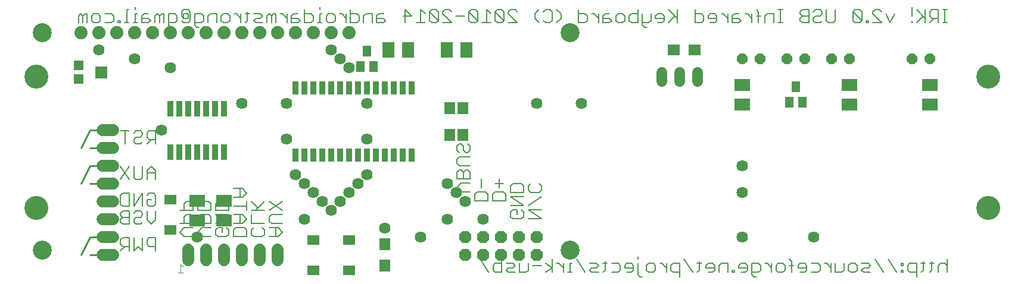
<source format=gbs>
G75*
%MOIN*%
%OFA0B0*%
%FSLAX24Y24*%
%IPPOS*%
%LPD*%
%AMOC8*
5,1,8,0,0,1.08239X$1,22.5*
%
%ADD10C,0.1340*%
%ADD11C,0.0060*%
%ADD12C,0.0040*%
%ADD13C,0.0100*%
%ADD14R,0.0867X0.0710*%
%ADD15OC8,0.0600*%
%ADD16R,0.0474X0.0631*%
%ADD17R,0.0710X0.0867*%
%ADD18R,0.0710X0.0631*%
%ADD19R,0.0631X0.0710*%
%ADD20C,0.0680*%
%ADD21OC8,0.0680*%
%ADD22R,0.0592X0.0671*%
%ADD23R,0.0659X0.0580*%
%ADD24C,0.0740*%
%ADD25C,0.1064*%
%ADD26R,0.0340X0.0880*%
%ADD27R,0.0560X0.0560*%
%ADD28R,0.0670X0.0710*%
%ADD29C,0.0600*%
%ADD30R,0.0336X0.0749*%
%ADD31C,0.0640*%
D10*
X001680Y004305D03*
X001680Y011680D03*
X054930Y011680D03*
X054930Y004305D03*
D11*
X052650Y001451D02*
X052650Y000710D01*
X052156Y000710D02*
X052156Y001080D01*
X052280Y001204D01*
X052527Y001204D01*
X052650Y001080D01*
X051913Y001204D02*
X051666Y001204D01*
X051790Y001327D02*
X051790Y000833D01*
X051666Y000710D01*
X051299Y000833D02*
X051175Y000710D01*
X051299Y000833D02*
X051299Y001327D01*
X051422Y001204D02*
X051175Y001204D01*
X050931Y001204D02*
X050561Y001204D01*
X050437Y001080D01*
X050437Y000833D01*
X050561Y000710D01*
X050931Y000710D01*
X050195Y000710D02*
X050195Y000833D01*
X050071Y000833D01*
X050071Y000710D01*
X050195Y000710D01*
X049826Y000710D02*
X049333Y001451D01*
X048596Y001451D02*
X049090Y000710D01*
X048353Y000710D02*
X047983Y000710D01*
X047859Y000833D01*
X047983Y000957D01*
X048230Y000957D01*
X048353Y001080D01*
X048230Y001204D01*
X047859Y001204D01*
X047616Y001080D02*
X047616Y000833D01*
X047493Y000710D01*
X047246Y000710D01*
X047123Y000833D01*
X047123Y001080D01*
X047246Y001204D01*
X047493Y001204D01*
X047616Y001080D01*
X046880Y001204D02*
X046880Y000833D01*
X046756Y000710D01*
X046386Y000710D01*
X046386Y001204D01*
X046143Y001204D02*
X046143Y000710D01*
X046143Y000957D02*
X045896Y001204D01*
X045773Y001204D01*
X045529Y001080D02*
X045406Y001204D01*
X045035Y001204D01*
X044793Y001080D02*
X044669Y001204D01*
X044422Y001204D01*
X044299Y001080D01*
X044299Y000957D01*
X044793Y000957D01*
X044793Y001080D02*
X044793Y000833D01*
X044669Y000710D01*
X044422Y000710D01*
X043933Y000710D02*
X043933Y001327D01*
X043809Y001451D01*
X043441Y001204D02*
X043565Y001080D01*
X043565Y000833D01*
X043441Y000710D01*
X043195Y000710D01*
X043071Y000833D01*
X043071Y001080D01*
X043195Y001204D01*
X043441Y001204D01*
X043809Y001080D02*
X044056Y001080D01*
X045035Y000710D02*
X045406Y000710D01*
X045529Y000833D01*
X045529Y001080D01*
X042828Y000957D02*
X042581Y001204D01*
X042458Y001204D01*
X042214Y001080D02*
X042214Y000833D01*
X042091Y000710D01*
X041721Y000710D01*
X041721Y000587D02*
X041721Y001204D01*
X042091Y001204D01*
X042214Y001080D01*
X042828Y001204D02*
X042828Y000710D01*
X041968Y000463D02*
X041844Y000463D01*
X041721Y000587D01*
X041478Y000833D02*
X041354Y000710D01*
X041107Y000710D01*
X040984Y000957D02*
X041478Y000957D01*
X041478Y001080D02*
X041478Y000833D01*
X041478Y001080D02*
X041354Y001204D01*
X041107Y001204D01*
X040984Y001080D01*
X040984Y000957D01*
X040741Y000833D02*
X040741Y000710D01*
X040618Y000710D01*
X040618Y000833D01*
X040741Y000833D01*
X040373Y000710D02*
X040373Y001204D01*
X040003Y001204D01*
X039879Y001080D01*
X039879Y000710D01*
X039636Y000833D02*
X039636Y001080D01*
X039513Y001204D01*
X039266Y001204D01*
X039142Y001080D01*
X039142Y000957D01*
X039636Y000957D01*
X039636Y000833D02*
X039513Y000710D01*
X039266Y000710D01*
X038776Y000833D02*
X038653Y000710D01*
X038776Y000833D02*
X038776Y001327D01*
X038653Y001204D02*
X038900Y001204D01*
X038409Y000710D02*
X037915Y001451D01*
X037672Y001204D02*
X037302Y001204D01*
X037178Y001080D01*
X037178Y000833D01*
X037302Y000710D01*
X037672Y000710D01*
X036935Y000710D02*
X036935Y001204D01*
X036688Y001204D02*
X036565Y001204D01*
X036688Y001204D02*
X036935Y000957D01*
X036321Y001080D02*
X036321Y000833D01*
X036198Y000710D01*
X035951Y000710D01*
X035828Y000833D01*
X035828Y001080D01*
X035951Y001204D01*
X036198Y001204D01*
X036321Y001080D01*
X035338Y001204D02*
X035338Y000587D01*
X035461Y000463D01*
X035585Y000463D01*
X035094Y000833D02*
X034970Y000710D01*
X034723Y000710D01*
X034600Y000957D02*
X035094Y000957D01*
X035094Y001080D02*
X035094Y000833D01*
X035094Y001080D02*
X034970Y001204D01*
X034723Y001204D01*
X034600Y001080D01*
X034600Y000957D01*
X034357Y001080D02*
X034357Y000833D01*
X034234Y000710D01*
X033863Y000710D01*
X033497Y000833D02*
X033374Y000710D01*
X033497Y000833D02*
X033497Y001327D01*
X033620Y001204D02*
X033374Y001204D01*
X033129Y001080D02*
X033006Y001204D01*
X032636Y001204D01*
X033006Y000957D02*
X033129Y001080D01*
X033006Y000957D02*
X032759Y000957D01*
X032636Y000833D01*
X032759Y000710D01*
X033129Y000710D01*
X032393Y000710D02*
X031899Y001451D01*
X031533Y001451D02*
X031533Y001574D01*
X031533Y001204D02*
X031533Y000710D01*
X031656Y000710D02*
X031409Y000710D01*
X031165Y000710D02*
X031165Y001204D01*
X030918Y001204D02*
X030795Y001204D01*
X030918Y001204D02*
X031165Y000957D01*
X031533Y001204D02*
X031656Y001204D01*
X030551Y001451D02*
X030551Y000710D01*
X030551Y000957D02*
X030181Y000710D01*
X030551Y000957D02*
X030181Y001204D01*
X029937Y001080D02*
X029444Y001080D01*
X029201Y001204D02*
X029201Y000833D01*
X029077Y000710D01*
X028707Y000710D01*
X028707Y001204D01*
X028464Y001080D02*
X028341Y001204D01*
X027970Y001204D01*
X027727Y001204D02*
X027357Y001204D01*
X027234Y001080D01*
X027234Y000833D01*
X027357Y000710D01*
X027727Y000710D01*
X027727Y001451D01*
X026991Y000710D02*
X026497Y001451D01*
X027970Y000833D02*
X028094Y000957D01*
X028341Y000957D01*
X028464Y001080D01*
X028094Y000710D02*
X027970Y000833D01*
X028094Y000710D02*
X028464Y000710D01*
X033863Y001204D02*
X034234Y001204D01*
X034357Y001080D01*
X035338Y001451D02*
X035338Y001574D01*
X037672Y001204D02*
X037672Y000463D01*
X029951Y003710D02*
X029210Y003710D01*
X028951Y003833D02*
X028827Y003710D01*
X028333Y003710D01*
X028210Y003833D01*
X028210Y004080D01*
X028333Y004204D01*
X028580Y004204D01*
X028580Y003957D01*
X028827Y004204D02*
X028951Y004080D01*
X028951Y003833D01*
X029210Y004204D02*
X029951Y003710D01*
X029951Y004204D02*
X029210Y004204D01*
X029210Y004447D02*
X029951Y004940D01*
X028951Y004940D02*
X028210Y004940D01*
X028951Y004447D01*
X028210Y004447D01*
X027951Y004710D02*
X027210Y004710D01*
X027210Y005080D01*
X027333Y005204D01*
X027827Y005204D01*
X027951Y005080D01*
X027951Y004710D01*
X026951Y004710D02*
X026951Y005080D01*
X026827Y005204D01*
X026333Y005204D01*
X026210Y005080D01*
X026210Y004710D01*
X026951Y004710D01*
X025951Y005210D02*
X025457Y005210D01*
X025210Y005457D01*
X025457Y005704D01*
X025951Y005704D01*
X026580Y005940D02*
X026580Y005447D01*
X027333Y005694D02*
X027827Y005694D01*
X027580Y005940D02*
X027580Y005447D01*
X028210Y005554D02*
X028210Y005183D01*
X028951Y005183D01*
X028951Y005554D01*
X028827Y005677D01*
X028333Y005677D01*
X028210Y005554D01*
X029210Y005554D02*
X029210Y005307D01*
X029333Y005183D01*
X029827Y005183D01*
X029951Y005307D01*
X029951Y005554D01*
X029827Y005677D01*
X029333Y005677D02*
X029210Y005554D01*
X025951Y005947D02*
X025951Y006317D01*
X025827Y006440D01*
X025704Y006440D01*
X025580Y006317D01*
X025580Y005947D01*
X025210Y005947D02*
X025951Y005947D01*
X025210Y005947D02*
X025210Y006317D01*
X025333Y006440D01*
X025457Y006440D01*
X025580Y006317D01*
X025333Y006683D02*
X025210Y006807D01*
X025210Y007054D01*
X025333Y007177D01*
X025951Y007177D01*
X025827Y007420D02*
X025704Y007420D01*
X025580Y007543D01*
X025580Y007790D01*
X025457Y007914D01*
X025333Y007914D01*
X025210Y007790D01*
X025210Y007543D01*
X025333Y007420D01*
X025827Y007420D02*
X025951Y007543D01*
X025951Y007790D01*
X025827Y007914D01*
X025951Y006683D02*
X025333Y006683D01*
X015451Y004677D02*
X014710Y004183D01*
X014451Y004183D02*
X013710Y004183D01*
X013957Y004183D02*
X014451Y004677D01*
X014710Y004677D02*
X015451Y004183D01*
X015451Y003940D02*
X014833Y003940D01*
X014710Y003817D01*
X014710Y003570D01*
X014833Y003447D01*
X015451Y003447D01*
X015204Y003204D02*
X014710Y003204D01*
X014451Y003080D02*
X014451Y002833D01*
X014327Y002710D01*
X013833Y002710D01*
X013710Y002833D01*
X013710Y003080D01*
X013833Y003204D01*
X013451Y003080D02*
X013451Y002710D01*
X012710Y002710D01*
X012710Y003080D01*
X012833Y003204D01*
X013327Y003204D01*
X013451Y003080D01*
X013204Y003447D02*
X012710Y003447D01*
X012451Y003447D02*
X011710Y003940D01*
X012451Y003940D01*
X012710Y003940D02*
X013204Y003940D01*
X013451Y003694D01*
X013204Y003447D01*
X013080Y003447D02*
X013080Y003940D01*
X013710Y003940D02*
X013710Y003447D01*
X014451Y003447D01*
X014327Y003204D02*
X014451Y003080D01*
X015080Y003204D02*
X015080Y002710D01*
X015204Y002710D02*
X015451Y002957D01*
X015204Y003204D01*
X015204Y002710D02*
X014710Y002710D01*
X012451Y002833D02*
X012327Y002710D01*
X011833Y002710D01*
X011710Y002833D01*
X011710Y003080D01*
X011833Y003204D01*
X012080Y003204D01*
X012080Y002957D01*
X012327Y003204D02*
X012451Y003080D01*
X012451Y002833D01*
X011451Y002710D02*
X010957Y002710D01*
X010710Y002957D01*
X010957Y003204D01*
X011451Y003204D01*
X011451Y003447D02*
X010710Y003447D01*
X010710Y003817D01*
X010833Y003940D01*
X011327Y003940D01*
X011451Y003817D01*
X011451Y003447D01*
X011710Y003447D02*
X012451Y003447D01*
X010451Y003447D02*
X010451Y003817D01*
X010327Y003940D01*
X010080Y003940D01*
X009957Y003817D01*
X009957Y003447D01*
X009710Y003447D02*
X010451Y003447D01*
X010451Y003204D02*
X009957Y003204D01*
X009710Y002957D01*
X009957Y002710D01*
X010451Y002710D01*
X008360Y002651D02*
X007990Y002651D01*
X007866Y002527D01*
X007866Y002280D01*
X007990Y002157D01*
X008360Y002157D01*
X007623Y001910D02*
X007376Y002157D01*
X007130Y001910D01*
X007130Y002651D01*
X006887Y002651D02*
X006516Y002651D01*
X006393Y002527D01*
X006393Y002280D01*
X006516Y002157D01*
X006887Y002157D01*
X006640Y002157D02*
X006393Y001910D01*
X006887Y001910D02*
X006887Y002651D01*
X007623Y002651D02*
X007623Y001910D01*
X008360Y001910D02*
X008360Y002651D01*
X008113Y003410D02*
X007866Y003657D01*
X007866Y004151D01*
X007623Y004027D02*
X007623Y003904D01*
X007500Y003780D01*
X007253Y003780D01*
X007130Y003657D01*
X007130Y003533D01*
X007253Y003410D01*
X007500Y003410D01*
X007623Y003533D01*
X008113Y003410D02*
X008360Y003657D01*
X008360Y004151D01*
X007623Y004027D02*
X007500Y004151D01*
X007253Y004151D01*
X007130Y004027D01*
X006887Y004151D02*
X006516Y004151D01*
X006393Y004027D01*
X006393Y003904D01*
X006516Y003780D01*
X006887Y003780D01*
X006516Y003780D02*
X006393Y003657D01*
X006393Y003533D01*
X006516Y003410D01*
X006887Y003410D01*
X006887Y004151D01*
X006887Y004410D02*
X006516Y004410D01*
X006393Y004533D01*
X006393Y005027D01*
X006516Y005151D01*
X006887Y005151D01*
X006887Y004410D01*
X007130Y004410D02*
X007130Y005151D01*
X007623Y005151D02*
X007130Y004410D01*
X007623Y004410D02*
X007623Y005151D01*
X007866Y005027D02*
X007990Y005151D01*
X008236Y005151D01*
X008360Y005027D01*
X008360Y004533D01*
X008236Y004410D01*
X007990Y004410D01*
X007866Y004533D01*
X007866Y004780D01*
X008113Y004780D01*
X009710Y004183D02*
X010451Y004183D01*
X010451Y004554D01*
X010327Y004677D01*
X010080Y004677D01*
X009957Y004554D01*
X009957Y004183D01*
X010710Y004183D02*
X010710Y004554D01*
X010833Y004677D01*
X011327Y004677D01*
X011451Y004554D01*
X011451Y004183D01*
X010710Y004183D01*
X011710Y004183D02*
X011710Y004554D01*
X011833Y004677D01*
X012327Y004677D01*
X012451Y004554D01*
X012451Y004183D01*
X011710Y004183D01*
X012710Y004430D02*
X013451Y004430D01*
X013451Y004183D02*
X013451Y004677D01*
X013710Y004677D02*
X014080Y004307D01*
X013451Y005167D02*
X013204Y004920D01*
X012710Y004920D01*
X013080Y004920D02*
X013080Y005414D01*
X013204Y005414D02*
X012710Y005414D01*
X013204Y005414D02*
X013451Y005167D01*
X008360Y005910D02*
X008360Y006404D01*
X008113Y006651D01*
X007866Y006404D01*
X007866Y005910D01*
X007866Y006404D01*
X008113Y006651D01*
X008360Y006404D01*
X008360Y005910D01*
X007623Y006033D02*
X007500Y005910D01*
X007253Y005910D01*
X007130Y006033D01*
X007130Y006651D01*
X007130Y006033D01*
X007253Y005910D01*
X007500Y005910D01*
X007623Y006033D01*
X007623Y006651D01*
X007623Y006033D01*
X006887Y005910D02*
X006393Y006651D01*
X006887Y005910D01*
X006393Y005910D02*
X006887Y006651D01*
X006393Y005910D01*
X007866Y006280D02*
X008360Y006280D01*
X007866Y006280D01*
X007866Y007910D02*
X008113Y008157D01*
X007990Y008157D02*
X008360Y008157D01*
X008360Y007910D02*
X008360Y008651D01*
X007990Y008651D01*
X007866Y008527D01*
X007866Y008280D01*
X007990Y008157D01*
X007623Y008033D02*
X007500Y007910D01*
X007253Y007910D01*
X007130Y008033D01*
X007130Y008157D01*
X007253Y008280D01*
X007500Y008280D01*
X007623Y008404D01*
X007623Y008527D01*
X007500Y008651D01*
X007253Y008651D01*
X007130Y008527D01*
X006887Y008651D02*
X006393Y008651D01*
X006640Y008651D02*
X006640Y007910D01*
X009187Y014463D02*
X009063Y014587D01*
X009063Y015204D01*
X009434Y015204D01*
X009557Y015080D01*
X009557Y014833D01*
X009434Y014710D01*
X009063Y014710D01*
X008821Y014710D02*
X008821Y015204D01*
X008697Y015204D01*
X008574Y015080D01*
X008450Y015204D01*
X008327Y015080D01*
X008327Y014710D01*
X008574Y014710D02*
X008574Y015080D01*
X008084Y014833D02*
X007961Y014957D01*
X007590Y014957D01*
X007590Y015080D02*
X007590Y014710D01*
X007961Y014710D01*
X008084Y014833D01*
X007714Y015204D02*
X007590Y015080D01*
X007714Y015204D02*
X007961Y015204D01*
X007347Y015204D02*
X007224Y015204D01*
X007224Y014710D01*
X007347Y014710D02*
X007100Y014710D01*
X006856Y014710D02*
X006609Y014710D01*
X006733Y014710D02*
X006733Y015451D01*
X006856Y015451D01*
X007224Y015451D02*
X007224Y015574D01*
X005997Y015080D02*
X005873Y015204D01*
X005503Y015204D01*
X005260Y015080D02*
X005137Y015204D01*
X004890Y015204D01*
X004766Y015080D01*
X004766Y014833D01*
X004890Y014710D01*
X005137Y014710D01*
X005260Y014833D01*
X005260Y015080D01*
X005873Y014710D02*
X005997Y014833D01*
X005997Y015080D01*
X006242Y014833D02*
X006242Y014710D01*
X006365Y014710D01*
X006365Y014833D01*
X006242Y014833D01*
X005873Y014710D02*
X005503Y014710D01*
X004524Y014710D02*
X004524Y015204D01*
X004400Y015204D01*
X004277Y015080D01*
X004153Y015204D01*
X004030Y015080D01*
X004030Y014710D01*
X004277Y014710D02*
X004277Y015080D01*
X009187Y014463D02*
X009310Y014463D01*
X009800Y014833D02*
X009924Y014710D01*
X010170Y014710D01*
X010294Y014833D01*
X010294Y015327D01*
X010170Y015451D01*
X009924Y015451D01*
X009800Y015327D01*
X009800Y015080D01*
X009924Y014957D01*
X009924Y015204D01*
X010170Y015204D01*
X010170Y014957D01*
X009924Y014957D01*
X010537Y015204D02*
X010907Y015204D01*
X011030Y015080D01*
X011030Y014833D01*
X010907Y014710D01*
X010537Y014710D01*
X010537Y014587D02*
X010537Y015204D01*
X011273Y015080D02*
X011273Y014710D01*
X011767Y014710D02*
X011767Y015204D01*
X011397Y015204D01*
X011273Y015080D01*
X012010Y015080D02*
X012010Y014833D01*
X012133Y014710D01*
X012380Y014710D01*
X012504Y014833D01*
X012504Y015080D01*
X012380Y015204D01*
X012133Y015204D01*
X012010Y015080D01*
X012747Y015204D02*
X012871Y015204D01*
X013118Y014957D01*
X013118Y014710D02*
X013118Y015204D01*
X013362Y015204D02*
X013609Y015204D01*
X013485Y015327D02*
X013485Y014833D01*
X013362Y014710D01*
X013852Y014833D02*
X013975Y014957D01*
X014222Y014957D01*
X014345Y015080D01*
X014222Y015204D01*
X013852Y015204D01*
X014588Y015080D02*
X014588Y014710D01*
X014345Y014710D02*
X013975Y014710D01*
X013852Y014833D01*
X014588Y015080D02*
X014712Y015204D01*
X014835Y015080D01*
X014835Y014710D01*
X015082Y014710D02*
X015082Y015204D01*
X014958Y015204D01*
X014835Y015080D01*
X015325Y015204D02*
X015449Y015204D01*
X015696Y014957D01*
X015939Y014957D02*
X016309Y014957D01*
X016432Y014833D01*
X016309Y014710D01*
X015939Y014710D01*
X015939Y015080D01*
X016062Y015204D01*
X016309Y015204D01*
X016675Y015204D02*
X017046Y015204D01*
X017169Y015080D01*
X017169Y014833D01*
X017046Y014710D01*
X016675Y014710D01*
X016675Y015451D01*
X017537Y015451D02*
X017537Y015574D01*
X017537Y015204D02*
X017537Y014710D01*
X017660Y014710D02*
X017413Y014710D01*
X017903Y014833D02*
X017903Y015080D01*
X018026Y015204D01*
X018273Y015204D01*
X018397Y015080D01*
X018397Y014833D01*
X018273Y014710D01*
X018026Y014710D01*
X017903Y014833D01*
X017660Y015204D02*
X017537Y015204D01*
X018640Y015204D02*
X018764Y015204D01*
X019011Y014957D01*
X019011Y014710D02*
X019011Y015204D01*
X019253Y015204D02*
X019624Y015204D01*
X019747Y015080D01*
X019747Y014833D01*
X019624Y014710D01*
X019253Y014710D01*
X019253Y015451D01*
X019990Y015080D02*
X020114Y015204D01*
X020484Y015204D01*
X020484Y014710D01*
X020727Y014710D02*
X021097Y014710D01*
X021220Y014833D01*
X021097Y014957D01*
X020727Y014957D01*
X020727Y015080D02*
X020727Y014710D01*
X019990Y014710D02*
X019990Y015080D01*
X020727Y015080D02*
X020850Y015204D01*
X021097Y015204D01*
X022200Y015080D02*
X022694Y015080D01*
X022323Y015451D01*
X022323Y014710D01*
X022937Y014710D02*
X023430Y014710D01*
X023184Y014710D02*
X023184Y015451D01*
X023430Y015204D01*
X023673Y015327D02*
X024167Y014833D01*
X024044Y014710D01*
X023797Y014710D01*
X023673Y014833D01*
X023673Y015327D01*
X023797Y015451D01*
X024044Y015451D01*
X024167Y015327D01*
X024167Y014833D01*
X024410Y014710D02*
X024904Y014710D01*
X024410Y015204D01*
X024410Y015327D01*
X024533Y015451D01*
X024780Y015451D01*
X024904Y015327D01*
X025147Y015080D02*
X025640Y015080D01*
X025883Y014833D02*
X026007Y014710D01*
X026253Y014710D01*
X026377Y014833D01*
X025883Y015327D01*
X025883Y014833D01*
X026377Y014833D02*
X026377Y015327D01*
X026253Y015451D01*
X026007Y015451D01*
X025883Y015327D01*
X026867Y015451D02*
X027114Y015204D01*
X027356Y015327D02*
X027850Y014833D01*
X027727Y014710D01*
X027480Y014710D01*
X027356Y014833D01*
X027356Y015327D01*
X027480Y015451D01*
X027727Y015451D01*
X027850Y015327D01*
X027850Y014833D01*
X028093Y014710D02*
X028587Y014710D01*
X028093Y015204D01*
X028093Y015327D01*
X028216Y015451D01*
X028463Y015451D01*
X028587Y015327D01*
X029568Y015204D02*
X029568Y014957D01*
X029815Y014710D01*
X030057Y014833D02*
X030181Y014710D01*
X030428Y014710D01*
X030551Y014833D01*
X030551Y015327D01*
X030428Y015451D01*
X030181Y015451D01*
X030057Y015327D01*
X029815Y015451D02*
X029568Y015204D01*
X030795Y015451D02*
X031042Y015204D01*
X031042Y014957D01*
X030795Y014710D01*
X032022Y014710D02*
X032392Y014710D01*
X032515Y014833D01*
X032515Y015080D01*
X032392Y015204D01*
X032022Y015204D01*
X032759Y015204D02*
X032882Y015204D01*
X033129Y014957D01*
X033372Y014957D02*
X033743Y014957D01*
X033866Y014833D01*
X033743Y014710D01*
X033372Y014710D01*
X033372Y015080D01*
X033496Y015204D01*
X033743Y015204D01*
X034109Y015080D02*
X034232Y015204D01*
X034479Y015204D01*
X034603Y015080D01*
X034603Y014833D01*
X034479Y014710D01*
X034232Y014710D01*
X034109Y014833D01*
X034109Y015080D01*
X034845Y015080D02*
X034845Y014833D01*
X034969Y014710D01*
X035339Y014710D01*
X035339Y015451D01*
X035339Y015204D02*
X034969Y015204D01*
X034845Y015080D01*
X035582Y015204D02*
X035582Y014587D01*
X035706Y014463D01*
X035829Y014463D01*
X035952Y014710D02*
X035582Y014710D01*
X035952Y014710D02*
X036076Y014833D01*
X036076Y015204D01*
X036319Y015080D02*
X036319Y014957D01*
X036812Y014957D01*
X036812Y015080D02*
X036689Y015204D01*
X036442Y015204D01*
X036319Y015080D01*
X036812Y015080D02*
X036812Y014833D01*
X036689Y014710D01*
X036442Y014710D01*
X037055Y014710D02*
X037426Y015080D01*
X037549Y014957D02*
X037055Y015451D01*
X037549Y015451D02*
X037549Y014710D01*
X038529Y014710D02*
X038899Y014710D01*
X039022Y014833D01*
X039022Y015080D01*
X038899Y015204D01*
X038529Y015204D01*
X039265Y015080D02*
X039265Y014957D01*
X039759Y014957D01*
X039759Y015080D02*
X039636Y015204D01*
X039389Y015204D01*
X039265Y015080D01*
X039759Y015080D02*
X039759Y014833D01*
X039636Y014710D01*
X039389Y014710D01*
X038529Y014710D02*
X038529Y015451D01*
X040003Y015204D02*
X040126Y015204D01*
X040373Y014957D01*
X040616Y014957D02*
X040986Y014957D01*
X041109Y014833D01*
X040986Y014710D01*
X040616Y014710D01*
X040616Y015080D01*
X040739Y015204D01*
X040986Y015204D01*
X041353Y015204D02*
X041476Y015204D01*
X041723Y014957D01*
X041723Y014710D02*
X041723Y015204D01*
X041968Y015080D02*
X042214Y015080D01*
X042457Y015080D02*
X042457Y014710D01*
X042091Y014710D02*
X042091Y015327D01*
X041968Y015451D01*
X042457Y015080D02*
X042581Y015204D01*
X042951Y015204D01*
X042951Y014710D01*
X043195Y014710D02*
X043442Y014710D01*
X043319Y014710D02*
X043319Y015451D01*
X043442Y015451D02*
X043195Y015451D01*
X044422Y015327D02*
X044422Y015204D01*
X044545Y015080D01*
X044915Y015080D01*
X045158Y014957D02*
X045158Y014833D01*
X045282Y014710D01*
X045529Y014710D01*
X045652Y014833D01*
X045895Y014833D02*
X046018Y014710D01*
X046265Y014710D01*
X046389Y014833D01*
X046389Y015451D01*
X045895Y015451D02*
X045895Y014833D01*
X045529Y015080D02*
X045282Y015080D01*
X045158Y014957D01*
X045529Y015080D02*
X045652Y015204D01*
X045652Y015327D01*
X045529Y015451D01*
X045282Y015451D01*
X045158Y015327D01*
X044915Y015451D02*
X044545Y015451D01*
X044422Y015327D01*
X044915Y015451D02*
X044915Y014710D01*
X044545Y014710D01*
X044422Y014833D01*
X044422Y014957D01*
X044545Y015080D01*
X047368Y014833D02*
X047492Y014710D01*
X047738Y014710D01*
X047862Y014833D01*
X047368Y015327D01*
X047368Y014833D01*
X047862Y014833D02*
X047862Y015327D01*
X047738Y015451D01*
X047492Y015451D01*
X047368Y015327D01*
X048473Y015327D02*
X048473Y015204D01*
X048967Y014710D01*
X048473Y014710D01*
X048230Y014710D02*
X048107Y014710D01*
X048107Y014833D01*
X048230Y014833D01*
X048230Y014710D01*
X049210Y015204D02*
X049457Y014710D01*
X049703Y015204D01*
X048967Y015327D02*
X048843Y015451D01*
X048597Y015451D01*
X048473Y015327D01*
X050686Y015574D02*
X050686Y015080D01*
X050686Y014833D02*
X050686Y014710D01*
X050929Y014710D02*
X051299Y015080D01*
X051422Y014957D02*
X050929Y015451D01*
X051422Y015451D02*
X051422Y014710D01*
X051665Y014710D02*
X051912Y014957D01*
X051789Y014957D02*
X052159Y014957D01*
X051789Y014957D02*
X051665Y015080D01*
X051665Y015327D01*
X051789Y015451D01*
X052159Y015451D01*
X052159Y014710D01*
X052403Y014710D02*
X052650Y014710D01*
X052527Y014710D02*
X052527Y015451D01*
X052650Y015451D02*
X052403Y015451D01*
X040373Y015204D02*
X040373Y014710D01*
X033129Y014710D02*
X033129Y015204D01*
X032022Y015451D02*
X032022Y014710D01*
X027114Y014710D02*
X026620Y014710D01*
X026867Y014710D02*
X026867Y015451D01*
X015696Y015204D02*
X015696Y014710D01*
X010784Y014463D02*
X010660Y014463D01*
X010537Y014587D01*
X050071Y001204D02*
X050071Y001080D01*
X050195Y001080D01*
X050195Y001204D01*
X050071Y001204D01*
X050931Y001204D02*
X050931Y000463D01*
D12*
X009910Y000700D02*
X009603Y000700D01*
X009757Y000700D02*
X009757Y001160D01*
X009910Y001007D01*
D13*
X004680Y002680D02*
X004180Y001680D01*
X004680Y001680D02*
X005180Y001680D01*
X005180Y002680D02*
X004680Y002680D01*
X004680Y005680D02*
X005180Y005680D01*
X004180Y005680D02*
X004680Y006680D01*
X005180Y006680D01*
X005180Y007680D02*
X004680Y007680D01*
X004180Y007680D02*
X004680Y008680D01*
X005180Y008680D01*
D14*
X010680Y004731D03*
X012180Y004731D03*
X012180Y003629D03*
X010680Y003629D03*
X041180Y010129D03*
X041180Y011231D03*
X047180Y011231D03*
X047180Y010129D03*
X051680Y010129D03*
X051680Y011231D03*
D15*
X051680Y012680D03*
X050680Y012680D03*
X047180Y012680D03*
X046180Y012680D03*
X044680Y012680D03*
X043680Y012680D03*
X042180Y012680D03*
X041180Y012680D03*
D16*
X044180Y011113D03*
X043806Y010247D03*
X044554Y010247D03*
X020554Y012247D03*
X019806Y012247D03*
X020180Y013113D03*
D17*
X021379Y013180D03*
X022481Y013180D03*
X024629Y013180D03*
X025731Y013180D03*
D18*
X037339Y013180D03*
X038521Y013180D03*
D19*
X021180Y002271D03*
X021180Y001089D03*
D20*
X015180Y001380D02*
X015180Y001980D01*
X014180Y001980D02*
X014180Y001380D01*
X013180Y001380D02*
X013180Y001980D01*
X012180Y001980D02*
X012180Y001380D01*
X011180Y001380D02*
X011180Y001980D01*
X010180Y001980D02*
X010180Y001380D01*
X005980Y001680D02*
X005380Y001680D01*
X005380Y002680D02*
X005980Y002680D01*
X005980Y003680D02*
X005380Y003680D01*
X005380Y004680D02*
X005980Y004680D01*
X005980Y005680D02*
X005380Y005680D01*
X005380Y006680D02*
X005980Y006680D01*
X005980Y007680D02*
X005380Y007680D01*
X005380Y008680D02*
X005980Y008680D01*
D21*
X025680Y002680D03*
X026680Y002680D03*
X027680Y002680D03*
X028680Y002680D03*
X029680Y002680D03*
X029680Y001680D03*
X028680Y001680D03*
X027680Y001680D03*
X026680Y001680D03*
X025680Y001680D03*
D22*
X025554Y008430D03*
X024806Y008430D03*
X024806Y009930D03*
X025554Y009930D03*
D23*
X009180Y004776D03*
X009180Y003084D03*
X017180Y002526D03*
X019180Y002526D03*
X019180Y000834D03*
X017180Y000834D03*
D24*
X017182Y014152D03*
X018182Y014152D03*
X019182Y014152D03*
X016182Y014152D03*
X015182Y014152D03*
X014182Y014152D03*
X013182Y014152D03*
X012182Y014152D03*
X011182Y014152D03*
X010182Y014152D03*
X009182Y014152D03*
X008182Y014152D03*
X007182Y014152D03*
X006182Y014152D03*
X005182Y014152D03*
X004182Y014152D03*
D25*
X002016Y014152D03*
X031544Y014152D03*
X031544Y001948D03*
X002016Y001948D03*
D26*
X009180Y007470D03*
X009680Y007470D03*
X010180Y007470D03*
X010680Y007470D03*
X011180Y007470D03*
X011680Y007470D03*
X012180Y007470D03*
X012180Y009890D03*
X011680Y009890D03*
X011180Y009890D03*
X010680Y009890D03*
X010180Y009890D03*
X009680Y009890D03*
X009180Y009890D03*
D27*
X004050Y011540D03*
X004050Y012320D03*
D28*
X005325Y011930D03*
D29*
X036695Y011930D02*
X036695Y011410D01*
X037680Y011410D02*
X037680Y011930D01*
X038664Y011930D02*
X038664Y011410D01*
D30*
X022680Y011062D03*
X022180Y011062D03*
X021680Y011062D03*
X021180Y011062D03*
X020680Y011062D03*
X020180Y011062D03*
X019680Y011062D03*
X019180Y011062D03*
X018680Y011062D03*
X018180Y011062D03*
X017680Y011062D03*
X017180Y011062D03*
X016680Y011062D03*
X016180Y011062D03*
X016180Y007298D03*
X016680Y007298D03*
X017180Y007298D03*
X017680Y007298D03*
X018180Y007298D03*
X018680Y007298D03*
X019180Y007298D03*
X019680Y007298D03*
X020180Y007298D03*
X020680Y007298D03*
X021180Y007298D03*
X021680Y007298D03*
X022180Y007298D03*
X022680Y007298D03*
D31*
X020180Y008180D03*
X015680Y008180D03*
X016180Y006180D03*
X016680Y005680D03*
X017180Y005180D03*
X017680Y004680D03*
X018680Y004680D03*
X018180Y004180D03*
X016680Y003680D03*
X021180Y003180D03*
X023180Y002680D03*
X024680Y003680D03*
X026680Y003680D03*
X025680Y004680D03*
X025180Y005180D03*
X024680Y005680D03*
X020180Y006180D03*
X019680Y005680D03*
X019180Y005180D03*
X010680Y002680D03*
X008680Y008680D03*
X013180Y010180D03*
X015680Y010180D03*
X020180Y010180D03*
X019180Y012180D03*
X018680Y012680D03*
X018180Y013180D03*
X009180Y012180D03*
X007180Y012680D03*
X005180Y013180D03*
X029680Y010180D03*
X032180Y010180D03*
X041180Y006680D03*
X041180Y005180D03*
X041180Y002680D03*
X045180Y002680D03*
M02*

</source>
